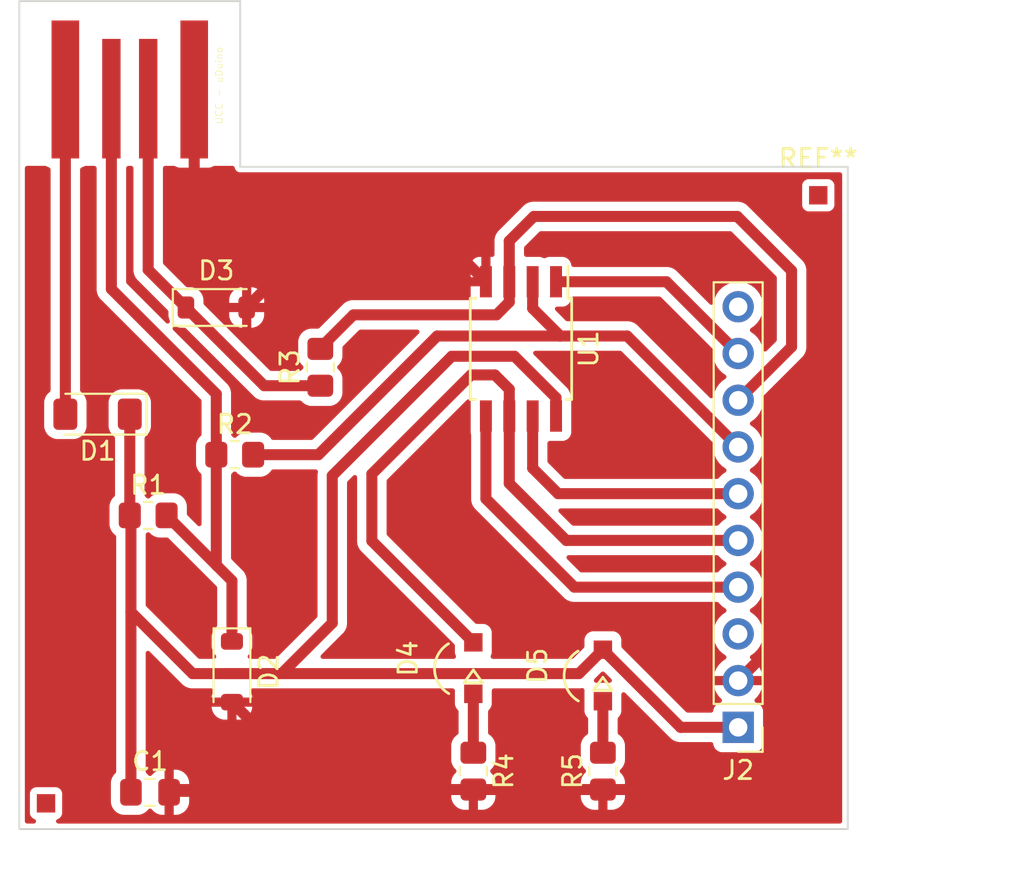
<source format=kicad_pcb>
(kicad_pcb (version 20240108) (generator "pcbnew") (generator_version "8.0")
  (layers (0 "F.Cu" signal) (31 "B.Cu" signal) (34 "B.Paste" user) (35 "F.Paste" user) (36 "B.SilkS" user "B.Silkscreen") (37 "F.SilkS" user "F.Silkscreen") (38 "B.Mask" user) (39 "F.Mask" user) (44 "Edge.Cuts" user))
  (net 0 "")
  (footprint "Resistor_SMD:R_0805_2012Metric_Pad1.20x1.40mm_HandSolder" (layer "F.Cu") (at 193.8 126.45)
    (property "Reference" "R1" (at 0 -1.65 0) (layer "F.SilkS"))
    (property "Value" "1.5KΩ 5% 1/8W")
    (fp_line (start -0.227064 -0.735) (end 0.227064 -0.735) (stroke (width 0.12)) (layer "F.SilkS"))
    (fp_line (start -0.227064 0.735) (end 0.227064 0.735) (stroke (width 0.12)) (layer "F.SilkS"))
    (pad "1" smd roundrect (at -1 0) (size 1.2 1.4) (layers "F.Cu" "F.Paste" "F.Mask") (roundrect_rratio 0.208333))
    (pad "2" smd roundrect (at 1 0) (size 1.2 1.4) (layers "F.Cu" "F.Paste" "F.Mask") (roundrect_rratio 0.208333))
  )
  (footprint "Diode_SMD:D_SOD-123" (layer "F.Cu") (at 198.35 134.95 -90)
    (property "Reference" "D2" (at 0 -2 90) (layer "F.SilkS"))
    (property "Value" "3.6V 1/2mW")
    (fp_line (start -2.36 1) (end 1.65 1) (stroke (width 0.12)) (layer "F.SilkS"))
    (fp_line (start -2.36 -1) (end -2.36 1) (stroke (width 0.12)) (layer "F.SilkS"))
    (fp_line (start -2.36 -1) (end 1.65 -1) (stroke (width 0.12)) (layer "F.SilkS"))
    (pad "1" smd roundrect (at -1.65 0 270) (size 0.9 1.2) (layers "F.Cu" "F.Paste" "F.Mask"))
    (pad "2" smd roundrect (at 1.65 0 270) (size 0.9 1.2) (layers "F.Cu" "F.Paste" "F.Mask"))
  )
  (footprint "embeddedPcbUsb:USB_A_UCC" (layer "F.Cu") (at 192.8 103.5 -90)
    (property "Reference" "J1" (hide yes))
    (property "Value" "Pcb USB Type A" (hide yes))
    (fp_text user "UCC - uDuino" (at -2.54 -5.08 90) (layer "F.SilkS") (effects (font (size 0.38608 0.38608) (thickness 0.032512)) (justify right bottom)))
    (pad "1" smd rect (at -0.2 3.5 270) (size 7.5 1.5) (layers "F.Cu" "F.Paste" "F.Mask"))
    (pad "2" smd rect (at 0.3 1 270) (size 6.5 1) (layers "F.Cu" "F.Paste" "F.Mask"))
    (pad "3" smd rect (at 0.3 -1 270) (size 6.5 1) (layers "F.Cu" "F.Paste" "F.Mask"))
    (pad "4" smd rect (at -0.2 -3.5 270) (size 7.5 1.5) (layers "F.Cu" "F.Paste" "F.Mask"))
  )
  (footprint "" (layer "F.Cu") (at 188.25 142.1)
    (property "Reference" "" (at -1 0.9 0) (layer "F.SilkS") (effects (font (size 1.27 1.27))))
    (property "Value" "")
    (pad "" smd rect (at 0 0) (size 1 1) (layers "F.Cu" "F.Mask") (clearance 0.375))
  )
  (footprint "Diode_SMD:D_MiniMELF" (layer "F.Cu") (at 191.05 120.95 180)
    (property "Reference" "D1" (at 0 -2 180) (layer "F.SilkS"))
    (property "Value" "PMLL4148L")
    (fp_line (start 1.75 -1.11) (end -2.66 -1.11) (stroke (width 0.12)) (layer "F.SilkS"))
    (fp_line (start -2.66 1.11) (end 1.75 1.11) (stroke (width 0.12)) (layer "F.SilkS"))
    (fp_line (start -2.66 -1.11) (end -2.66 1.11) (stroke (width 0.12)) (layer "F.SilkS"))
    (pad "1" smd roundrect (at -1.75 0 180) (size 1.3 1.7) (layers "F.Cu" "F.Paste" "F.Mask") (roundrect_rratio 0.1923076923))
    (pad "2" smd roundrect (at 1.75 0 180) (size 1.3 1.7) (layers "F.Cu" "F.Paste" "F.Mask") (roundrect_rratio 0.1923076923))
  )
  (footprint "Fiducial:Fiducial_0.75mm_Mask1.5mm" (layer "F.Cu") (at 230.2 109.05)
    (property "Reference" "REF**" (at 0 -2 0) (layer "F.SilkS"))
    (property "Value" "Fiducial_0.75mm_Mask1.5mm")
    (pad "" smd rect (at 0 0) (size 1 1) (layers "F.Cu" "F.Mask") (clearance 0.375))
  )
  (footprint "Resistor_SMD:R_0805_2012Metric_Pad1.20x1.40mm_HandSolder" (layer "F.Cu") (at 218.5 140.35 90)
    (property "Reference" "R5" (at 0 -1.65 -90) (layer "F.SilkS"))
    (property "Value" "330Ω 5% 1/8W")
    (fp_line (start -0.227064 -0.735) (end 0.227064 -0.735) (stroke (width 0.12)) (layer "F.SilkS"))
    (fp_line (start -0.227064 0.735) (end 0.227064 0.735) (stroke (width 0.12)) (layer "F.SilkS"))
    (pad "1" smd roundrect (at -1 0 90) (size 1.2 1.4) (layers "F.Cu" "F.Paste" "F.Mask") (roundrect_rratio 0.208333))
    (pad "2" smd roundrect (at 1 0 90) (size 1.2 1.4) (layers "F.Cu" "F.Paste" "F.Mask") (roundrect_rratio 0.208333))
  )
  (footprint "Resistor_SMD:R_0805_2012Metric_Pad1.20x1.40mm_HandSolder" (layer "F.Cu") (at 203.15 118.4 90)
    (property "Reference" "R3" (at 0 -1.65 -90) (layer "F.SilkS"))
    (property "Value" "68Ω 5% 1/8W")
    (fp_line (start -0.227064 -0.735) (end 0.227064 -0.735) (stroke (width 0.12)) (layer "F.SilkS"))
    (fp_line (start -0.227064 0.735) (end 0.227064 0.735) (stroke (width 0.12)) (layer "F.SilkS"))
    (pad "1" smd roundrect (at -1 0 90) (size 1.2 1.4) (layers "F.Cu" "F.Paste" "F.Mask") (roundrect_rratio 0.208333))
    (pad "2" smd roundrect (at 1 0 90) (size 1.2 1.4) (layers "F.Cu" "F.Paste" "F.Mask") (roundrect_rratio 0.208333))
  )
  (footprint "Capacitor_SMD:C_0805_2012Metric_Pad1.18x1.45mm_HandSolder" (layer "F.Cu") (at 193.9 141.5)
    (property "Reference" "C1" (at 0 -1.68 0) (layer "F.SilkS"))
    (property "Value" "0.1u")
    (fp_line (start -0.261252 -0.735) (end 0.261252 -0.735) (stroke (width 0.12)) (layer "F.SilkS"))
    (fp_line (start -0.261252 0.735) (end 0.261252 0.735) (stroke (width 0.12)) (layer "F.SilkS"))
    (pad "1" smd roundrect (at -1.0375 0) (size 1.175 1.45) (layers "F.Cu" "F.Paste" "F.Mask") (roundrect_rratio 0.212766))
    (pad "2" smd roundrect (at 1.0375 0) (size 1.175 1.45) (layers "F.Cu" "F.Paste" "F.Mask") (roundrect_rratio 0.212766))
  )
  (footprint "ledSmd:ledSMD" (layer "F.Cu") (at 218.5 134.75 90)
    (property "Reference" "D5" (at 0.125 -3.55 -90) (layer "F.SilkS"))
    (property "Value" "Led Red")
    (fp_line (start -1.15 -0.475) (end -0.5 0) (stroke (width 0.15)) (layer "F.SilkS"))
    (fp_line (start -0.5 0) (end -1.2 0.5) (stroke (width 0.15)) (layer "F.SilkS"))
    (fp_line (start -1.2 0.5) (end -1.2 -0.5) (stroke (width 0.15)) (layer "F.SilkS"))
    (fp_arc (start -1.786089 -1.331572) (mid -0.435753 -2.107089) (end 0.924999 -1.349999) (stroke (width 0.15)) (layer "F.SilkS"))
    (pad "1" smd rect (at -1.8 0 90) (size 1 1) (layers "F.Cu" "F.Paste" "F.Mask"))
    (pad "2" smd rect (at 1 0 90) (size 1 1) (layers "F.Cu" "F.Paste" "F.Mask"))
  )
  (footprint "Package_SO:SOIC-8W_5.3x5.3mm_P1.27mm" (layer "F.Cu") (at 214.05 117.4 -90)
    (property "Reference" "U1" (at 0 -3.68 90) (layer "F.SilkS"))
    (property "Value" "ATtiny85-20SU")
    (fp_line (start -2.75 2.755) (end 2.75 2.755) (stroke (width 0.15)) (layer "F.SilkS"))
    (fp_line (start -2.75 2.755) (end -2.75 2.455) (stroke (width 0.15)) (layer "F.SilkS"))
    (fp_line (start 2.75 2.755) (end 2.75 2.455) (stroke (width 0.15)) (layer "F.SilkS"))
    (fp_line (start -2.75 -2.55) (end -4.5 -2.55) (stroke (width 0.15)) (layer "F.SilkS"))
    (fp_line (start -2.75 -2.755) (end -2.75 -2.55) (stroke (width 0.15)) (layer "F.SilkS"))
    (fp_line (start -2.75 -2.755) (end 2.75 -2.755) (stroke (width 0.15)) (layer "F.SilkS"))
    (fp_line (start 2.75 -2.755) (end 2.75 -2.455) (stroke (width 0.15)) (layer "F.SilkS"))
    (pad "1" smd rect (at -3.65 -1.905 270) (size 1.7 0.65) (layers "F.Cu" "F.Paste" "F.Mask"))
    (pad "2" smd rect (at -3.65 -0.635 270) (size 1.7 0.65) (layers "F.Cu" "F.Paste" "F.Mask"))
    (pad "3" smd rect (at -3.65 0.635 270) (size 1.7 0.65) (layers "F.Cu" "F.Paste" "F.Mask"))
    (pad "4" smd rect (at -3.65 1.905 270) (size 1.7 0.65) (layers "F.Cu" "F.Paste" "F.Mask"))
    (pad "5" smd rect (at 3.65 1.905 270) (size 1.7 0.65) (layers "F.Cu" "F.Paste" "F.Mask"))
    (pad "6" smd rect (at 3.65 0.635 270) (size 1.7 0.65) (layers "F.Cu" "F.Paste" "F.Mask"))
    (pad "7" smd rect (at 3.65 -0.635 270) (size 1.7 0.65) (layers "F.Cu" "F.Paste" "F.Mask"))
    (pad "8" smd rect (at 3.65 -1.905 270) (size 1.7 0.65) (layers "F.Cu" "F.Paste" "F.Mask"))
  )
  (footprint "Connector_PinHeader_2.54mm:PinHeader_1x10_P2.54mm_Vertical" (layer "F.Cu") (at 225.85 137.97 180)
    (property "Reference" "J2" (at 0 -2.33 180) (layer "F.SilkS"))
    (property "Value" "Header")
    (fp_line (start 1.33 1.27) (end 1.33 24.19) (stroke (width 0.12)) (layer "F.SilkS"))
    (fp_line (start -1.33 24.19) (end 1.33 24.19) (stroke (width 0.12)) (layer "F.SilkS"))
    (fp_line (start -1.33 1.27) (end 1.33 1.27) (stroke (width 0.12)) (layer "F.SilkS"))
    (fp_line (start -1.33 1.27) (end -1.33 24.19) (stroke (width 0.12)) (layer "F.SilkS"))
    (fp_line (start -1.33 0) (end -1.33 -1.33) (stroke (width 0.12)) (layer "F.SilkS"))
    (fp_line (start -1.33 -1.33) (end 0 -1.33) (stroke (width 0.12)) (layer "F.SilkS"))
    (pad "1" thru_hole rect (at 0 0 180) (size 1.7 1.7) (drill 1) (layers "*.Cu" "*.Mask"))
    (pad "2" thru_hole oval (at 0 2.54 180) (size 1.7 1.7) (drill 1) (layers "*.Cu" "*.Mask"))
    (pad "3" thru_hole oval (at 0 5.08 180) (size 1.7 1.7) (drill 1) (layers "*.Cu" "*.Mask"))
    (pad "4" thru_hole oval (at 0 7.62 180) (size 1.7 1.7) (drill 1) (layers "*.Cu" "*.Mask"))
    (pad "5" thru_hole oval (at 0 10.16 180) (size 1.7 1.7) (drill 1) (layers "*.Cu" "*.Mask"))
    (pad "6" thru_hole oval (at 0 12.7 180) (size 1.7 1.7) (drill 1) (layers "*.Cu" "*.Mask"))
    (pad "7" thru_hole oval (at 0 15.24 180) (size 1.7 1.7) (drill 1) (layers "*.Cu" "*.Mask"))
    (pad "8" thru_hole oval (at 0 17.78 180) (size 1.7 1.7) (drill 1) (layers "*.Cu" "*.Mask"))
    (pad "9" thru_hole oval (at 0 20.32 180) (size 1.7 1.7) (drill 1) (layers "*.Cu" "*.Mask"))
    (pad "10" thru_hole oval (at 0 22.86 180) (size 1.7 1.7) (drill 1) (layers "*.Cu" "*.Mask"))
  )
  (footprint "Resistor_SMD:R_0805_2012Metric_Pad1.20x1.40mm_HandSolder" (layer "F.Cu") (at 211.4625 140.35 -90)
    (property "Reference" "R4" (at 0 -1.65 90) (layer "F.SilkS"))
    (property "Value" "330Ω 5% 1/8W")
    (fp_line (start -0.227064 0.735) (end 0.227064 0.735) (stroke (width 0.12)) (layer "F.SilkS"))
    (fp_line (start -0.227064 -0.735) (end 0.227064 -0.735) (stroke (width 0.12)) (layer "F.SilkS"))
    (pad "1" smd roundrect (at -1 0 270) (size 1.2 1.4) (layers "F.Cu" "F.Paste" "F.Mask") (roundrect_rratio 0.208333))
    (pad "2" smd roundrect (at 1 0 270) (size 1.2 1.4) (layers "F.Cu" "F.Paste" "F.Mask") (roundrect_rratio 0.208333))
  )
  (footprint "Resistor_SMD:R_0805_2012Metric_Pad1.20x1.40mm_HandSolder" (layer "F.Cu") (at 198.5 123.15)
    (property "Reference" "R2" (at 0 -1.65 0) (layer "F.SilkS"))
    (property "Value" "68Ω 5% 1/8W")
    (fp_line (start -0.227064 -0.735) (end 0.227064 -0.735) (stroke (width 0.12)) (layer "F.SilkS"))
    (fp_line (start -0.227064 0.735) (end 0.227064 0.735) (stroke (width 0.12)) (layer "F.SilkS"))
    (pad "1" smd roundrect (at -1 0) (size 1.2 1.4) (layers "F.Cu" "F.Paste" "F.Mask") (roundrect_rratio 0.208333))
    (pad "2" smd roundrect (at 1 0) (size 1.2 1.4) (layers "F.Cu" "F.Paste" "F.Mask") (roundrect_rratio 0.208333))
  )
  (footprint "Diode_SMD:D_SOD-123" (layer "F.Cu") (at 197.5 115.15)
    (property "Reference" "D3" (at 0 -2 0) (layer "F.SilkS"))
    (property "Value" "3.6V 1/2mW")
    (fp_line (start -2.36 -1) (end -2.36 1) (stroke (width 0.12)) (layer "F.SilkS"))
    (fp_line (start -2.36 -1) (end 1.65 -1) (stroke (width 0.12)) (layer "F.SilkS"))
    (fp_line (start -2.36 1) (end 1.65 1) (stroke (width 0.12)) (layer "F.SilkS"))
    (pad "1" smd roundrect (at -1.65 0) (size 0.9 1.2) (layers "F.Cu" "F.Paste" "F.Mask"))
    (pad "2" smd roundrect (at 1.65 0) (size 0.9 1.2) (layers "F.Cu" "F.Paste" "F.Mask"))
  )
  (footprint "ledSmd:ledSMD" (layer "F.Cu") (at 211.4625 134.35 90)
    (property "Reference" "D4" (at 0.125 -3.55 -90) (layer "F.SilkS"))
    (property "Value" "Led Geen")
    (fp_line (start -1.15 -0.475) (end -0.5 0) (stroke (width 0.15)) (layer "F.SilkS"))
    (fp_line (start -0.5 0) (end -1.2 0.5) (stroke (width 0.15)) (layer "F.SilkS"))
    (fp_line (start -1.2 0.5) (end -1.2 -0.5) (stroke (width 0.15)) (layer "F.SilkS"))
    (fp_arc (start -1.786089 -1.331572) (mid -0.435753 -2.107089) (end 0.924999 -1.349999) (stroke (width 0.15)) (layer "F.SilkS"))
    (pad "1" smd rect (at -1.8 0 90) (size 1 1) (layers "F.Cu" "F.Paste" "F.Mask"))
    (pad "2" smd rect (at 1 0 90) (size 1 1) (layers "F.Cu" "F.Paste" "F.Mask"))
  )
  (gr_line (start 186.8 143.5) (end 231.8 143.5) (stroke (width 0.1)) (layer "Edge.Cuts"))
  (gr_line (start 186.8 98.5) (end 198.8 98.5) (stroke (width 0.1)) (layer "Edge.Cuts"))
  (gr_line (start 198.8 107.5) (end 231.8 107.5) (stroke (width 0.1)) (layer "Edge.Cuts"))
  (gr_line (start 186.8 98.5) (end 186.8 143.5) (stroke (width 0.1)) (layer "Edge.Cuts"))
  (gr_line (start 231.8 143.5) (end 231.8 107.5) (stroke (width 0.1)) (layer "Edge.Cuts"))
  (gr_line (start 198.8 107.5) (end 198.8 98.5) (stroke (width 0.1)) (layer "Edge.Cuts"))
  (segment (start 197.5 123.15) (end 197.5 129.15) (width 0.6) (layer "F.Cu") (net 0))
  (segment (start 192.8 126.45) (end 192.8 120.95) (width 0.6) (layer "F.Cu") (net 0))
  (segment (start 222.72 137.97) (end 218.5 133.75) (width 0.6) (layer "F.Cu") (net 0))
  (segment (start 214.685 115.2) (end 214.685 113.75) (width 0.6) (layer "F.Cu") (net 0))
  (segment (start 203.15 117.35) (end 204.95 115.55) (width 0.6) (layer "F.Cu") (net 0))
  (segment (start 196.3 103.3) (end 196.3 109.1) (width 0.6) (layer "F.Cu") (net 0))
  (segment (start 211.4625 136.15) (end 211.4625 139.35) (width 0.6) (layer "F.Cu") (net 0))
  (segment (start 214.75 110.2) (end 213.415 111.535) (width 0.6) (layer "F.Cu") (net 0))
  (segment (start 197.9 110.7) (end 199.15 110.7) (width 0.6) (layer "F.Cu") (net 0))
  (segment (start 217.2 135.05) (end 197.95 135.05) (width 0.6) (layer "F.Cu") (net 0))
  (segment (start 193.8 113.1) (end 195.85 115.15) (width 0.6) (layer "F.Cu") (net 0))
  (segment (start 198.35 130) (end 197.575 129.225) (width 0.6) (layer "F.Cu") (net 0))
  (segment (start 209.095 110.7) (end 210.945 108.85) (width 0.6) (layer "F.Cu") (net 0))
  (segment (start 191.8 114.15) (end 191.8 103.8) (width 0.6) (layer "F.Cu") (net 0))
  (segment (start 228.4 141.35) (end 218.5 141.35) (width 0.6) (layer "F.Cu") (net 0))
  (segment (start 203.8 124.292208) (end 203.8 132.3) (width 0.6) (layer "F.Cu") (net 0))
  (segment (start 201.05 135.05) (end 197.95 135.05) (width 0.6) (layer "F.Cu") (net 0))
  (segment (start 230.25 112.8) (end 230.25 129.45) (width 0.6) (layer "F.Cu") (net 0))
  (segment (start 192.8625 131.7) (end 192.8625 126.5125) (width 0.6) (layer "F.Cu") (net 0))
  (segment (start 203.15 141.35) (end 195.0875 141.35) (width 0.6) (layer "F.Cu") (net 0))
  (segment (start 210.292208 117.8) (end 203.8 124.292208) (width 0.6) (layer "F.Cu") (net 0))
  (segment (start 228.75 113.15) (end 225.8 110.2) (width 0.6) (layer "F.Cu") (net 0))
  (segment (start 189.3 120.95) (end 189.3 103.3) (width 0.6) (layer "F.Cu") (net 0))
  (segment (start 215.955 121.05) (end 215.955 120.055) (width 0.6) (layer "F.Cu") (net 0))
  (segment (start 212.72 115.55) (end 213.415 114.855) (width 0.6) (layer "F.Cu") (net 0))
  (segment (start 225.85 120.19) (end 228.75 117.29) (width 0.6) (layer "F.Cu") (net 0))
  (segment (start 212.635 118.815) (end 211.335 118.815) (width 0.6) (layer "F.Cu") (net 0))
  (segment (start 203.1 141.35) (end 203.15 141.35) (width 0.6) (layer "F.Cu") (net 0))
  (segment (start 203.75 110.7) (end 209.095 110.7) (width 0.6) (layer "F.Cu") (net 0))
  (segment (start 225.8 110.2) (end 214.75 110.2) (width 0.6) (layer "F.Cu") (net 0))
  (segment (start 195.0875 141.35) (end 194.9375 141.5) (width 0.6) (layer "F.Cu") (net 0))
  (segment (start 216.07 125.27) (end 214.685 123.885) (width 0.6) (layer "F.Cu") (net 0))
  (segment (start 204.95 115.55) (end 212.72 115.55) (width 0.6) (layer "F.Cu") (net 0))
  (segment (start 219.82 116.7) (end 216.185 116.7) (width 0.6) (layer "F.Cu") (net 0))
  (segment (start 218.5 141.35) (end 211.4625 141.35) (width 0.6) (layer "F.Cu") (net 0))
  (segment (start 192.8625 126.5125) (end 192.8 126.45) (width 0.6) (layer "F.Cu") (net 0))
  (segment (start 211.4625 141.35) (end 203.15 141.35) (width 0.6) (layer "F.Cu") (net 0))
  (segment (start 209.095 110.7) (end 212.145 113.75) (width 0.6) (layer "F.Cu") (net 0))
  (segment (start 203.6 110.7) (end 203.75 110.7) (width 0.6) (layer "F.Cu") (net 0))
  (segment (start 213.415 124.715) (end 213.415 121.05) (width 0.6) (layer "F.Cu") (net 0))
  (segment (start 225.85 130.35) (end 216.95 130.35) (width 0.6) (layer "F.Cu") (net 0))
  (segment (start 199.15 110.7) (end 203.75 110.7) (width 0.6) (layer "F.Cu") (net 0))
  (segment (start 214.685 123.885) (end 214.685 121.05) (width 0.6) (layer "F.Cu") (net 0))
  (segment (start 198.35 133.3) (end 198.35 130) (width 0.6) (layer "F.Cu") (net 0))
  (segment (start 219.82 116.7) (end 225.85 122.73) (width 0.6) (layer "F.Cu") (net 0))
  (segment (start 215.955 113.75) (end 221.95 113.75) (width 0.6) (layer "F.Cu") (net 0))
  (segment (start 212.145 125.545) (end 212.145 121.05) (width 0.6) (layer "F.Cu") (net 0))
  (segment (start 216.185 116.7) (end 214.685 115.2) (width 0.6) (layer "F.Cu") (net 0))
  (segment (start 221.95 113.75) (end 225.85 117.65) (width 0.6) (layer "F.Cu") (net 0))
  (segment (start 216.51 127.81) (end 213.415 124.715) (width 0.6) (layer "F.Cu") (net 0))
  (segment (start 197.5 119.85) (end 191.8 114.15) (width 0.6) (layer "F.Cu") (net 0))
  (segment (start 198.35 136.6) (end 203.1 141.35) (width 0.6) (layer "F.Cu") (net 0))
  (segment (start 196.3 109.1) (end 197.9 110.7) (width 0.6) (layer "F.Cu") (net 0))
  (segment (start 228.75 117.29) (end 228.75 113.15) (width 0.6) (layer "F.Cu") (net 0))
  (segment (start 213.415 111.535) (end 213.415 113.75) (width 0.6) (layer "F.Cu") (net 0))
  (segment (start 213.415 119.595) (end 212.635 118.815) (width 0.6) (layer "F.Cu") (net 0))
  (segment (start 199.15 115.15) (end 203.6 110.7) (width 0.6) (layer "F.Cu") (net 0))
  (segment (start 203.15 117.4) (end 203.15 117.35) (width 0.6) (layer "F.Cu") (net 0))
  (segment (start 192.8625 141.5) (end 192.8625 131.7) (width 0.6) (layer "F.Cu") (net 0))
  (segment (start 213.415 121.05) (end 213.415 119.595) (width 0.6) (layer "F.Cu") (net 0))
  (segment (start 205.95 124.2) (end 205.95 127.8375) (width 0.6) (layer "F.Cu") (net 0))
  (segment (start 196.2125 135.05) (end 192.8625 131.7) (width 0.6) (layer "F.Cu") (net 0))
  (segment (start 200.1 119.4) (end 195.85 115.15) (width 0.6) (layer "F.Cu") (net 0))
  (segment (start 203.8 132.3) (end 201.05 135.05) (width 0.6) (layer "F.Cu") (net 0))
  (segment (start 211.335 118.815) (end 205.95 124.2) (width 0.6) (layer "F.Cu") (net 0))
  (segment (start 225.85 127.81) (end 216.51 127.81) (width 0.6) (layer "F.Cu") (net 0))
  (segment (start 205.95 127.8375) (end 211.4625 133.35) (width 0.6) (layer "F.Cu") (net 0))
  (segment (start 197.575 129.225) (end 194.8 126.45) (width 0.6) (layer "F.Cu") (net 0))
  (segment (start 230.25 129.45) (end 230.25 139.5) (width 0.6) (layer "F.Cu") (net 0))
  (segment (start 213.7 117.8) (end 210.292208 117.8) (width 0.6) (layer "F.Cu") (net 0))
  (segment (start 199.5 123.15) (end 203.05 123.15) (width 0.6) (layer "F.Cu") (net 0))
  (segment (start 230.25 131.03) (end 230.25 129.45) (width 0.6) (layer "F.Cu") (net 0))
  (segment (start 197.5 129.15) (end 197.575 129.225) (width 0.6) (layer "F.Cu") (net 0))
  (segment (start 209.5 116.7) (end 216.185 116.7) (width 0.6) (layer "F.Cu") (net 0))
  (segment (start 193.8 103.8) (end 193.8 113.1) (width 0.6) (layer "F.Cu") (net 0))
  (segment (start 225.85 137.97) (end 222.72 137.97) (width 0.6) (layer "F.Cu") (net 0))
  (segment (start 197.95 135.05) (end 196.2125 135.05) (width 0.6) (layer "F.Cu") (net 0))
  (segment (start 218.5 136.55) (end 218.5 139.35) (width 0.6) (layer "F.Cu") (net 0))
  (segment (start 203.15 119.4) (end 200.1 119.4) (width 0.6) (layer "F.Cu") (net 0))
  (segment (start 225.85 135.43) (end 230.25 131.03) (width 0.6) (layer "F.Cu") (net 0))
  (segment (start 230.25 139.5) (end 228.4 141.35) (width 0.6) (layer "F.Cu") (net 0))
  (segment (start 203.05 123.15) (end 209.5 116.7) (width 0.6) (layer "F.Cu") (net 0))
  (segment (start 213.415 114.855) (end 213.415 113.75) (width 0.6) (layer "F.Cu") (net 0))
  (segment (start 226.3 108.85) (end 230.25 112.8) (width 0.6) (layer "F.Cu") (net 0))
  (segment (start 197.5 123.15) (end 197.5 119.85) (width 0.6) (layer "F.Cu") (net 0))
  (segment (start 225.85 125.27) (end 216.07 125.27) (width 0.6) (layer "F.Cu") (net 0))
  (segment (start 210.945 108.85) (end 226.3 108.85) (width 0.6) (layer "F.Cu") (net 0))
  (segment (start 216.95 130.35) (end 212.145 125.545) (width 0.6) (layer "F.Cu") (net 0))
  (segment (start 218.5 133.75) (end 217.2 135.05) (width 0.6) (layer "F.Cu") (net 0))
  (segment (start 215.955 120.055) (end 213.7 117.8) (width 0.6) (layer "F.Cu") (net 0))
  (zone (net 0) (net_name "") (layer "F.Cu") (connect_pads (clearance 0.5)) (min_thickness 0.25) (fill yes (thermal_gap 0.5) (thermal_bridge_width 0.5) (island_removal_mode 1) (island_area_min 10))
    (polygon (pts (xy 185.75 144.5) (xy 233 144.5) (xy 233 107.6) (xy 232.85 107.45) (xy 185.9 107.45) (xy 185.9 144.5) (xy 185.95 144.55) (xy 185.8 144.55)))
  )
)
</source>
